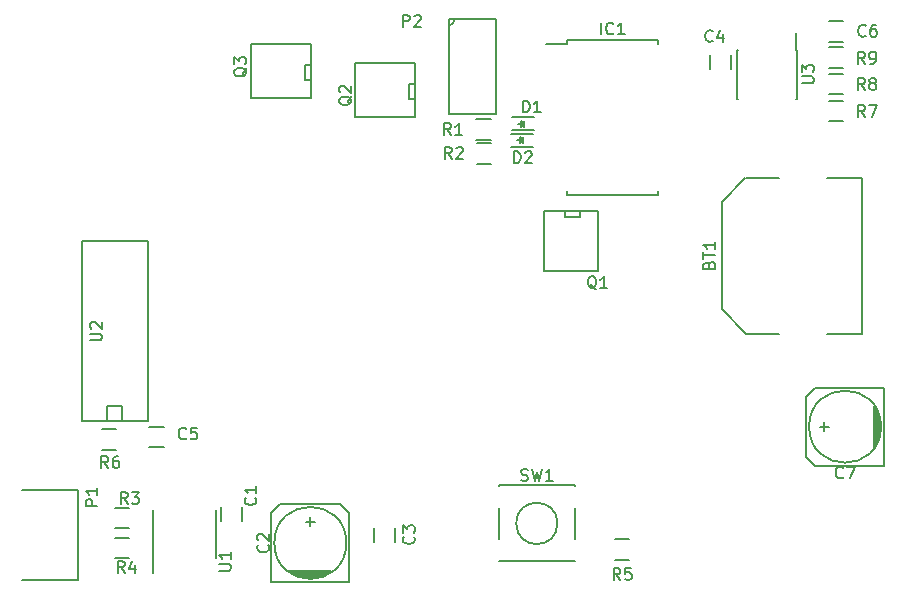
<source format=gbr>
G04 #@! TF.FileFunction,Legend,Top*
%FSLAX46Y46*%
G04 Gerber Fmt 4.6, Leading zero omitted, Abs format (unit mm)*
G04 Created by KiCad (PCBNEW (2016-05-05 BZR 6775)-product) date Saturday, June 04, 2016 'PMt' 10:04:22 PM*
%MOMM*%
%LPD*%
G01*
G04 APERTURE LIST*
%ADD10C,0.100000*%
%ADD11C,0.150000*%
G04 APERTURE END LIST*
D10*
D11*
X162676500Y-115828000D02*
X165476500Y-115828000D01*
X162576500Y-115828000D02*
X160676500Y-117928000D01*
X160676500Y-126928000D02*
X160676500Y-117928000D01*
X162676500Y-129028000D02*
X160676500Y-126928000D01*
X165476500Y-129028000D02*
X162676500Y-129028000D01*
X172476500Y-115828000D02*
X169576500Y-115828000D01*
X172476500Y-129028000D02*
X172476500Y-115828000D01*
X169576500Y-129028000D02*
X172476500Y-129028000D01*
X106426000Y-121221500D02*
X112014000Y-121221500D01*
X106426000Y-136461500D02*
X112014000Y-136461500D01*
X106426000Y-121221500D02*
X106426000Y-136461500D01*
X108585000Y-136461500D02*
X108585000Y-135191500D01*
X108585000Y-135191500D02*
X109855000Y-135191500D01*
X109855000Y-135191500D02*
X109855000Y-136461500D01*
X112014000Y-136461500D02*
X112014000Y-121221500D01*
X137507000Y-102926000D02*
G75*
G03X138007000Y-102426000I0J500000D01*
G01*
X137507000Y-102426000D02*
X141507000Y-102426000D01*
X137507000Y-110426000D02*
X137507000Y-102426000D01*
X141507000Y-110426000D02*
X137507000Y-110426000D01*
X141507000Y-102426000D02*
X141507000Y-110426000D01*
X167040000Y-104986000D02*
X166895000Y-104986000D01*
X167040000Y-109136000D02*
X166895000Y-109136000D01*
X161890000Y-109136000D02*
X162035000Y-109136000D01*
X161890000Y-104986000D02*
X162035000Y-104986000D01*
X167040000Y-104986000D02*
X167040000Y-109136000D01*
X161890000Y-104986000D02*
X161890000Y-109136000D01*
X166895000Y-104986000D02*
X166895000Y-103586000D01*
X173990000Y-137668000D02*
X173990000Y-136144000D01*
X173863000Y-135763000D02*
X173863000Y-138049000D01*
X173736000Y-138303000D02*
X173736000Y-135509000D01*
X173609000Y-135255000D02*
X173609000Y-138557000D01*
X173482000Y-138684000D02*
X173482000Y-135128000D01*
X174371000Y-140208000D02*
X174371000Y-133604000D01*
X174371000Y-133604000D02*
X168529000Y-133604000D01*
X168529000Y-133604000D02*
X167767000Y-134366000D01*
X167767000Y-134366000D02*
X167767000Y-139446000D01*
X167767000Y-139446000D02*
X168529000Y-140208000D01*
X168529000Y-140208000D02*
X174371000Y-140208000D01*
X168910000Y-136906000D02*
X169672000Y-136906000D01*
X169291000Y-137287000D02*
X169291000Y-136525000D01*
X174117000Y-136906000D02*
G75*
G03X174117000Y-136906000I-3048000J0D01*
G01*
X131205000Y-146650000D02*
X131205000Y-145450000D01*
X132955000Y-145450000D02*
X132955000Y-146650000D01*
X113376000Y-138670000D02*
X112176000Y-138670000D01*
X112176000Y-136920000D02*
X113376000Y-136920000D01*
X150177500Y-118618000D02*
X150177500Y-123698000D01*
X150177500Y-123698000D02*
X145605500Y-123698000D01*
X145605500Y-123698000D02*
X145605500Y-118618000D01*
X145605500Y-118618000D02*
X150177500Y-118618000D01*
X148653500Y-118618000D02*
X148653500Y-119126000D01*
X148653500Y-119126000D02*
X147383500Y-119126000D01*
X147383500Y-119126000D02*
X147383500Y-118618000D01*
X147509000Y-104169000D02*
X147509000Y-104504000D01*
X155259000Y-104169000D02*
X155259000Y-104504000D01*
X155259000Y-117319000D02*
X155259000Y-116984000D01*
X147509000Y-117319000D02*
X147509000Y-116984000D01*
X147509000Y-104169000D02*
X155259000Y-104169000D01*
X147509000Y-117319000D02*
X155259000Y-117319000D01*
X147509000Y-104504000D02*
X145709000Y-104504000D01*
X125031500Y-149669500D02*
X126555500Y-149669500D01*
X126936500Y-149542500D02*
X124650500Y-149542500D01*
X124396500Y-149415500D02*
X127190500Y-149415500D01*
X127444500Y-149288500D02*
X124142500Y-149288500D01*
X124015500Y-149161500D02*
X127571500Y-149161500D01*
X122491500Y-150050500D02*
X129095500Y-150050500D01*
X129095500Y-150050500D02*
X129095500Y-144208500D01*
X129095500Y-144208500D02*
X128333500Y-143446500D01*
X128333500Y-143446500D02*
X123253500Y-143446500D01*
X123253500Y-143446500D02*
X122491500Y-144208500D01*
X122491500Y-144208500D02*
X122491500Y-150050500D01*
X125793500Y-144589500D02*
X125793500Y-145351500D01*
X125412500Y-144970500D02*
X126174500Y-144970500D01*
X128841500Y-146748500D02*
G75*
G03X128841500Y-146748500I-3048000J0D01*
G01*
X134683500Y-110680500D02*
X129603500Y-110680500D01*
X129603500Y-110680500D02*
X129603500Y-106108500D01*
X129603500Y-106108500D02*
X134683500Y-106108500D01*
X134683500Y-106108500D02*
X134683500Y-110680500D01*
X134683500Y-109156500D02*
X134175500Y-109156500D01*
X134175500Y-109156500D02*
X134175500Y-107886500D01*
X134175500Y-107886500D02*
X134683500Y-107886500D01*
X170907000Y-104316500D02*
X169707000Y-104316500D01*
X169707000Y-102566500D02*
X170907000Y-102566500D01*
X146721214Y-145097500D02*
G75*
G03X146721214Y-145097500I-1750714J0D01*
G01*
X148195500Y-141872500D02*
X148195500Y-141897500D01*
X148195500Y-148322500D02*
X148195500Y-148297500D01*
X141745500Y-148322500D02*
X141745500Y-148297500D01*
X141745500Y-141897500D02*
X141745500Y-141872500D01*
X148195500Y-143797500D02*
X148195500Y-146397500D01*
X141745500Y-141872500D02*
X148195500Y-141872500D01*
X141745500Y-143797500D02*
X141745500Y-146397500D01*
X141745500Y-148322500D02*
X148195500Y-148322500D01*
X141125500Y-114667000D02*
X139925500Y-114667000D01*
X139925500Y-112917000D02*
X141125500Y-112917000D01*
X144673500Y-112099000D02*
X142773500Y-112099000D01*
X144673500Y-113199000D02*
X142773500Y-113199000D01*
X143773500Y-112649000D02*
X143323500Y-112649000D01*
X143823500Y-112899000D02*
X143823500Y-112399000D01*
X143823500Y-112649000D02*
X143573500Y-112899000D01*
X143573500Y-112899000D02*
X143573500Y-112399000D01*
X143573500Y-112399000D02*
X143823500Y-112649000D01*
X144737000Y-110702000D02*
X142837000Y-110702000D01*
X144737000Y-111802000D02*
X142837000Y-111802000D01*
X143837000Y-111252000D02*
X143387000Y-111252000D01*
X143887000Y-111502000D02*
X143887000Y-111002000D01*
X143887000Y-111252000D02*
X143637000Y-111502000D01*
X143637000Y-111502000D02*
X143637000Y-111002000D01*
X143637000Y-111002000D02*
X143887000Y-111252000D01*
X141062000Y-112635000D02*
X139862000Y-112635000D01*
X139862000Y-110885000D02*
X141062000Y-110885000D01*
X151609500Y-146445000D02*
X152809500Y-146445000D01*
X152809500Y-148195000D02*
X151609500Y-148195000D01*
X169707000Y-104789000D02*
X170907000Y-104789000D01*
X170907000Y-106539000D02*
X169707000Y-106539000D01*
X169707000Y-107011500D02*
X170907000Y-107011500D01*
X170907000Y-108761500D02*
X169707000Y-108761500D01*
X109375500Y-138860500D02*
X108175500Y-138860500D01*
X108175500Y-137110500D02*
X109375500Y-137110500D01*
X110455000Y-145528000D02*
X109255000Y-145528000D01*
X109255000Y-143778000D02*
X110455000Y-143778000D01*
X125857000Y-109093000D02*
X120777000Y-109093000D01*
X120777000Y-109093000D02*
X120777000Y-104521000D01*
X120777000Y-104521000D02*
X125857000Y-104521000D01*
X125857000Y-104521000D02*
X125857000Y-109093000D01*
X125857000Y-107569000D02*
X125349000Y-107569000D01*
X125349000Y-107569000D02*
X125349000Y-106299000D01*
X125349000Y-106299000D02*
X125857000Y-106299000D01*
X110455000Y-148068000D02*
X109255000Y-148068000D01*
X109255000Y-146318000D02*
X110455000Y-146318000D01*
X106124000Y-142250000D02*
X101424000Y-142250000D01*
X101424000Y-149850000D02*
X106124000Y-149850000D01*
X106124000Y-149850000D02*
X106124000Y-142250000D01*
X118251000Y-144935500D02*
X118251000Y-143735500D01*
X120001000Y-143735500D02*
X120001000Y-144935500D01*
X117773000Y-147986500D02*
X117773000Y-143986500D01*
X112478000Y-149261500D02*
X112478000Y-143986500D01*
X169707000Y-109297500D02*
X170907000Y-109297500D01*
X170907000Y-111047500D02*
X169707000Y-111047500D01*
X159653000Y-106645000D02*
X159653000Y-105445000D01*
X161403000Y-105445000D02*
X161403000Y-106645000D01*
X159555071Y-123213714D02*
X159602690Y-123070857D01*
X159650309Y-123023238D01*
X159745547Y-122975619D01*
X159888404Y-122975619D01*
X159983642Y-123023238D01*
X160031261Y-123070857D01*
X160078880Y-123166095D01*
X160078880Y-123547047D01*
X159078880Y-123547047D01*
X159078880Y-123213714D01*
X159126500Y-123118476D01*
X159174119Y-123070857D01*
X159269357Y-123023238D01*
X159364595Y-123023238D01*
X159459833Y-123070857D01*
X159507452Y-123118476D01*
X159555071Y-123213714D01*
X159555071Y-123547047D01*
X159078880Y-122689904D02*
X159078880Y-122118476D01*
X160078880Y-122404190D02*
X159078880Y-122404190D01*
X160078880Y-121261333D02*
X160078880Y-121832761D01*
X160078880Y-121547047D02*
X159078880Y-121547047D01*
X159221738Y-121642285D01*
X159316976Y-121737523D01*
X159364595Y-121832761D01*
X107148380Y-129603404D02*
X107957904Y-129603404D01*
X108053142Y-129555785D01*
X108100761Y-129508166D01*
X108148380Y-129412928D01*
X108148380Y-129222452D01*
X108100761Y-129127214D01*
X108053142Y-129079595D01*
X107957904Y-129031976D01*
X107148380Y-129031976D01*
X107243619Y-128603404D02*
X107196000Y-128555785D01*
X107148380Y-128460547D01*
X107148380Y-128222452D01*
X107196000Y-128127214D01*
X107243619Y-128079595D01*
X107338857Y-128031976D01*
X107434095Y-128031976D01*
X107576952Y-128079595D01*
X108148380Y-128651023D01*
X108148380Y-128031976D01*
X133627904Y-103068380D02*
X133627904Y-102068380D01*
X134008857Y-102068380D01*
X134104095Y-102116000D01*
X134151714Y-102163619D01*
X134199333Y-102258857D01*
X134199333Y-102401714D01*
X134151714Y-102496952D01*
X134104095Y-102544571D01*
X134008857Y-102592190D01*
X133627904Y-102592190D01*
X134580285Y-102163619D02*
X134627904Y-102116000D01*
X134723142Y-102068380D01*
X134961238Y-102068380D01*
X135056476Y-102116000D01*
X135104095Y-102163619D01*
X135151714Y-102258857D01*
X135151714Y-102354095D01*
X135104095Y-102496952D01*
X134532666Y-103068380D01*
X135151714Y-103068380D01*
X167417380Y-107822904D02*
X168226904Y-107822904D01*
X168322142Y-107775285D01*
X168369761Y-107727666D01*
X168417380Y-107632428D01*
X168417380Y-107441952D01*
X168369761Y-107346714D01*
X168322142Y-107299095D01*
X168226904Y-107251476D01*
X167417380Y-107251476D01*
X167417380Y-106870523D02*
X167417380Y-106251476D01*
X167798333Y-106584809D01*
X167798333Y-106441952D01*
X167845952Y-106346714D01*
X167893571Y-106299095D01*
X167988809Y-106251476D01*
X168226904Y-106251476D01*
X168322142Y-106299095D01*
X168369761Y-106346714D01*
X168417380Y-106441952D01*
X168417380Y-106727666D01*
X168369761Y-106822904D01*
X168322142Y-106870523D01*
X170902333Y-141200142D02*
X170854714Y-141247761D01*
X170711857Y-141295380D01*
X170616619Y-141295380D01*
X170473761Y-141247761D01*
X170378523Y-141152523D01*
X170330904Y-141057285D01*
X170283285Y-140866809D01*
X170283285Y-140723952D01*
X170330904Y-140533476D01*
X170378523Y-140438238D01*
X170473761Y-140343000D01*
X170616619Y-140295380D01*
X170711857Y-140295380D01*
X170854714Y-140343000D01*
X170902333Y-140390619D01*
X171235666Y-140295380D02*
X171902333Y-140295380D01*
X171473761Y-141295380D01*
X134537142Y-146216666D02*
X134584761Y-146264285D01*
X134632380Y-146407142D01*
X134632380Y-146502380D01*
X134584761Y-146645238D01*
X134489523Y-146740476D01*
X134394285Y-146788095D01*
X134203809Y-146835714D01*
X134060952Y-146835714D01*
X133870476Y-146788095D01*
X133775238Y-146740476D01*
X133680000Y-146645238D01*
X133632380Y-146502380D01*
X133632380Y-146407142D01*
X133680000Y-146264285D01*
X133727619Y-146216666D01*
X133632380Y-145883333D02*
X133632380Y-145264285D01*
X134013333Y-145597619D01*
X134013333Y-145454761D01*
X134060952Y-145359523D01*
X134108571Y-145311904D01*
X134203809Y-145264285D01*
X134441904Y-145264285D01*
X134537142Y-145311904D01*
X134584761Y-145359523D01*
X134632380Y-145454761D01*
X134632380Y-145740476D01*
X134584761Y-145835714D01*
X134537142Y-145883333D01*
X115276333Y-137898142D02*
X115228714Y-137945761D01*
X115085857Y-137993380D01*
X114990619Y-137993380D01*
X114847761Y-137945761D01*
X114752523Y-137850523D01*
X114704904Y-137755285D01*
X114657285Y-137564809D01*
X114657285Y-137421952D01*
X114704904Y-137231476D01*
X114752523Y-137136238D01*
X114847761Y-137041000D01*
X114990619Y-136993380D01*
X115085857Y-136993380D01*
X115228714Y-137041000D01*
X115276333Y-137088619D01*
X116181095Y-136993380D02*
X115704904Y-136993380D01*
X115657285Y-137469571D01*
X115704904Y-137421952D01*
X115800142Y-137374333D01*
X116038238Y-137374333D01*
X116133476Y-137421952D01*
X116181095Y-137469571D01*
X116228714Y-137564809D01*
X116228714Y-137802904D01*
X116181095Y-137898142D01*
X116133476Y-137945761D01*
X116038238Y-137993380D01*
X115800142Y-137993380D01*
X115704904Y-137945761D01*
X115657285Y-137898142D01*
X150018761Y-125261619D02*
X149923523Y-125214000D01*
X149828285Y-125118761D01*
X149685428Y-124975904D01*
X149590190Y-124928285D01*
X149494952Y-124928285D01*
X149542571Y-125166380D02*
X149447333Y-125118761D01*
X149352095Y-125023523D01*
X149304476Y-124833047D01*
X149304476Y-124499714D01*
X149352095Y-124309238D01*
X149447333Y-124214000D01*
X149542571Y-124166380D01*
X149733047Y-124166380D01*
X149828285Y-124214000D01*
X149923523Y-124309238D01*
X149971142Y-124499714D01*
X149971142Y-124833047D01*
X149923523Y-125023523D01*
X149828285Y-125118761D01*
X149733047Y-125166380D01*
X149542571Y-125166380D01*
X150923523Y-125166380D02*
X150352095Y-125166380D01*
X150637809Y-125166380D02*
X150637809Y-124166380D01*
X150542571Y-124309238D01*
X150447333Y-124404476D01*
X150352095Y-124452095D01*
X150407809Y-103696380D02*
X150407809Y-102696380D01*
X151455428Y-103601142D02*
X151407809Y-103648761D01*
X151264952Y-103696380D01*
X151169714Y-103696380D01*
X151026857Y-103648761D01*
X150931619Y-103553523D01*
X150884000Y-103458285D01*
X150836380Y-103267809D01*
X150836380Y-103124952D01*
X150884000Y-102934476D01*
X150931619Y-102839238D01*
X151026857Y-102744000D01*
X151169714Y-102696380D01*
X151264952Y-102696380D01*
X151407809Y-102744000D01*
X151455428Y-102791619D01*
X152407809Y-103696380D02*
X151836380Y-103696380D01*
X152122095Y-103696380D02*
X152122095Y-102696380D01*
X152026857Y-102839238D01*
X151931619Y-102934476D01*
X151836380Y-102982095D01*
X122213642Y-146915166D02*
X122261261Y-146962785D01*
X122308880Y-147105642D01*
X122308880Y-147200880D01*
X122261261Y-147343738D01*
X122166023Y-147438976D01*
X122070785Y-147486595D01*
X121880309Y-147534214D01*
X121737452Y-147534214D01*
X121546976Y-147486595D01*
X121451738Y-147438976D01*
X121356500Y-147343738D01*
X121308880Y-147200880D01*
X121308880Y-147105642D01*
X121356500Y-146962785D01*
X121404119Y-146915166D01*
X121404119Y-146534214D02*
X121356500Y-146486595D01*
X121308880Y-146391357D01*
X121308880Y-146153261D01*
X121356500Y-146058023D01*
X121404119Y-146010404D01*
X121499357Y-145962785D01*
X121594595Y-145962785D01*
X121737452Y-146010404D01*
X122308880Y-146581833D01*
X122308880Y-145962785D01*
X129325619Y-108934238D02*
X129278000Y-109029476D01*
X129182761Y-109124714D01*
X129039904Y-109267571D01*
X128992285Y-109362809D01*
X128992285Y-109458047D01*
X129230380Y-109410428D02*
X129182761Y-109505666D01*
X129087523Y-109600904D01*
X128897047Y-109648523D01*
X128563714Y-109648523D01*
X128373238Y-109600904D01*
X128278000Y-109505666D01*
X128230380Y-109410428D01*
X128230380Y-109219952D01*
X128278000Y-109124714D01*
X128373238Y-109029476D01*
X128563714Y-108981857D01*
X128897047Y-108981857D01*
X129087523Y-109029476D01*
X129182761Y-109124714D01*
X129230380Y-109219952D01*
X129230380Y-109410428D01*
X128325619Y-108600904D02*
X128278000Y-108553285D01*
X128230380Y-108458047D01*
X128230380Y-108219952D01*
X128278000Y-108124714D01*
X128325619Y-108077095D01*
X128420857Y-108029476D01*
X128516095Y-108029476D01*
X128658952Y-108077095D01*
X129230380Y-108648523D01*
X129230380Y-108029476D01*
X172807333Y-103798642D02*
X172759714Y-103846261D01*
X172616857Y-103893880D01*
X172521619Y-103893880D01*
X172378761Y-103846261D01*
X172283523Y-103751023D01*
X172235904Y-103655785D01*
X172188285Y-103465309D01*
X172188285Y-103322452D01*
X172235904Y-103131976D01*
X172283523Y-103036738D01*
X172378761Y-102941500D01*
X172521619Y-102893880D01*
X172616857Y-102893880D01*
X172759714Y-102941500D01*
X172807333Y-102989119D01*
X173664476Y-102893880D02*
X173474000Y-102893880D01*
X173378761Y-102941500D01*
X173331142Y-102989119D01*
X173235904Y-103131976D01*
X173188285Y-103322452D01*
X173188285Y-103703404D01*
X173235904Y-103798642D01*
X173283523Y-103846261D01*
X173378761Y-103893880D01*
X173569238Y-103893880D01*
X173664476Y-103846261D01*
X173712095Y-103798642D01*
X173759714Y-103703404D01*
X173759714Y-103465309D01*
X173712095Y-103370071D01*
X173664476Y-103322452D01*
X173569238Y-103274833D01*
X173378761Y-103274833D01*
X173283523Y-103322452D01*
X173235904Y-103370071D01*
X173188285Y-103465309D01*
X143637166Y-141452261D02*
X143780023Y-141499880D01*
X144018119Y-141499880D01*
X144113357Y-141452261D01*
X144160976Y-141404642D01*
X144208595Y-141309404D01*
X144208595Y-141214166D01*
X144160976Y-141118928D01*
X144113357Y-141071309D01*
X144018119Y-141023690D01*
X143827642Y-140976071D01*
X143732404Y-140928452D01*
X143684785Y-140880833D01*
X143637166Y-140785595D01*
X143637166Y-140690357D01*
X143684785Y-140595119D01*
X143732404Y-140547500D01*
X143827642Y-140499880D01*
X144065738Y-140499880D01*
X144208595Y-140547500D01*
X144541928Y-140499880D02*
X144780023Y-141499880D01*
X144970500Y-140785595D01*
X145160976Y-141499880D01*
X145399071Y-140499880D01*
X146303833Y-141499880D02*
X145732404Y-141499880D01*
X146018119Y-141499880D02*
X146018119Y-140499880D01*
X145922880Y-140642738D01*
X145827642Y-140737976D01*
X145732404Y-140785595D01*
X137755333Y-114244380D02*
X137422000Y-113768190D01*
X137183904Y-114244380D02*
X137183904Y-113244380D01*
X137564857Y-113244380D01*
X137660095Y-113292000D01*
X137707714Y-113339619D01*
X137755333Y-113434857D01*
X137755333Y-113577714D01*
X137707714Y-113672952D01*
X137660095Y-113720571D01*
X137564857Y-113768190D01*
X137183904Y-113768190D01*
X138136285Y-113339619D02*
X138183904Y-113292000D01*
X138279142Y-113244380D01*
X138517238Y-113244380D01*
X138612476Y-113292000D01*
X138660095Y-113339619D01*
X138707714Y-113434857D01*
X138707714Y-113530095D01*
X138660095Y-113672952D01*
X138088666Y-114244380D01*
X138707714Y-114244380D01*
X143025904Y-114601380D02*
X143025904Y-113601380D01*
X143264000Y-113601380D01*
X143406857Y-113649000D01*
X143502095Y-113744238D01*
X143549714Y-113839476D01*
X143597333Y-114029952D01*
X143597333Y-114172809D01*
X143549714Y-114363285D01*
X143502095Y-114458523D01*
X143406857Y-114553761D01*
X143264000Y-114601380D01*
X143025904Y-114601380D01*
X143978285Y-113696619D02*
X144025904Y-113649000D01*
X144121142Y-113601380D01*
X144359238Y-113601380D01*
X144454476Y-113649000D01*
X144502095Y-113696619D01*
X144549714Y-113791857D01*
X144549714Y-113887095D01*
X144502095Y-114029952D01*
X143930666Y-114601380D01*
X144549714Y-114601380D01*
X143787904Y-110307380D02*
X143787904Y-109307380D01*
X144026000Y-109307380D01*
X144168857Y-109355000D01*
X144264095Y-109450238D01*
X144311714Y-109545476D01*
X144359333Y-109735952D01*
X144359333Y-109878809D01*
X144311714Y-110069285D01*
X144264095Y-110164523D01*
X144168857Y-110259761D01*
X144026000Y-110307380D01*
X143787904Y-110307380D01*
X145311714Y-110307380D02*
X144740285Y-110307380D01*
X145026000Y-110307380D02*
X145026000Y-109307380D01*
X144930761Y-109450238D01*
X144835523Y-109545476D01*
X144740285Y-109593095D01*
X137691833Y-112212380D02*
X137358500Y-111736190D01*
X137120404Y-112212380D02*
X137120404Y-111212380D01*
X137501357Y-111212380D01*
X137596595Y-111260000D01*
X137644214Y-111307619D01*
X137691833Y-111402857D01*
X137691833Y-111545714D01*
X137644214Y-111640952D01*
X137596595Y-111688571D01*
X137501357Y-111736190D01*
X137120404Y-111736190D01*
X138644214Y-112212380D02*
X138072785Y-112212380D01*
X138358500Y-112212380D02*
X138358500Y-111212380D01*
X138263261Y-111355238D01*
X138168023Y-111450476D01*
X138072785Y-111498095D01*
X152042833Y-149872380D02*
X151709500Y-149396190D01*
X151471404Y-149872380D02*
X151471404Y-148872380D01*
X151852357Y-148872380D01*
X151947595Y-148920000D01*
X151995214Y-148967619D01*
X152042833Y-149062857D01*
X152042833Y-149205714D01*
X151995214Y-149300952D01*
X151947595Y-149348571D01*
X151852357Y-149396190D01*
X151471404Y-149396190D01*
X152947595Y-148872380D02*
X152471404Y-148872380D01*
X152423785Y-149348571D01*
X152471404Y-149300952D01*
X152566642Y-149253333D01*
X152804738Y-149253333D01*
X152899976Y-149300952D01*
X152947595Y-149348571D01*
X152995214Y-149443809D01*
X152995214Y-149681904D01*
X152947595Y-149777142D01*
X152899976Y-149824761D01*
X152804738Y-149872380D01*
X152566642Y-149872380D01*
X152471404Y-149824761D01*
X152423785Y-149777142D01*
X172743833Y-106179880D02*
X172410500Y-105703690D01*
X172172404Y-106179880D02*
X172172404Y-105179880D01*
X172553357Y-105179880D01*
X172648595Y-105227500D01*
X172696214Y-105275119D01*
X172743833Y-105370357D01*
X172743833Y-105513214D01*
X172696214Y-105608452D01*
X172648595Y-105656071D01*
X172553357Y-105703690D01*
X172172404Y-105703690D01*
X173220023Y-106179880D02*
X173410500Y-106179880D01*
X173505738Y-106132261D01*
X173553357Y-106084642D01*
X173648595Y-105941785D01*
X173696214Y-105751309D01*
X173696214Y-105370357D01*
X173648595Y-105275119D01*
X173600976Y-105227500D01*
X173505738Y-105179880D01*
X173315261Y-105179880D01*
X173220023Y-105227500D01*
X173172404Y-105275119D01*
X173124785Y-105370357D01*
X173124785Y-105608452D01*
X173172404Y-105703690D01*
X173220023Y-105751309D01*
X173315261Y-105798928D01*
X173505738Y-105798928D01*
X173600976Y-105751309D01*
X173648595Y-105703690D01*
X173696214Y-105608452D01*
X172743833Y-108402380D02*
X172410500Y-107926190D01*
X172172404Y-108402380D02*
X172172404Y-107402380D01*
X172553357Y-107402380D01*
X172648595Y-107450000D01*
X172696214Y-107497619D01*
X172743833Y-107592857D01*
X172743833Y-107735714D01*
X172696214Y-107830952D01*
X172648595Y-107878571D01*
X172553357Y-107926190D01*
X172172404Y-107926190D01*
X173315261Y-107830952D02*
X173220023Y-107783333D01*
X173172404Y-107735714D01*
X173124785Y-107640476D01*
X173124785Y-107592857D01*
X173172404Y-107497619D01*
X173220023Y-107450000D01*
X173315261Y-107402380D01*
X173505738Y-107402380D01*
X173600976Y-107450000D01*
X173648595Y-107497619D01*
X173696214Y-107592857D01*
X173696214Y-107640476D01*
X173648595Y-107735714D01*
X173600976Y-107783333D01*
X173505738Y-107830952D01*
X173315261Y-107830952D01*
X173220023Y-107878571D01*
X173172404Y-107926190D01*
X173124785Y-108021428D01*
X173124785Y-108211904D01*
X173172404Y-108307142D01*
X173220023Y-108354761D01*
X173315261Y-108402380D01*
X173505738Y-108402380D01*
X173600976Y-108354761D01*
X173648595Y-108307142D01*
X173696214Y-108211904D01*
X173696214Y-108021428D01*
X173648595Y-107926190D01*
X173600976Y-107878571D01*
X173505738Y-107830952D01*
X108672333Y-140406380D02*
X108339000Y-139930190D01*
X108100904Y-140406380D02*
X108100904Y-139406380D01*
X108481857Y-139406380D01*
X108577095Y-139454000D01*
X108624714Y-139501619D01*
X108672333Y-139596857D01*
X108672333Y-139739714D01*
X108624714Y-139834952D01*
X108577095Y-139882571D01*
X108481857Y-139930190D01*
X108100904Y-139930190D01*
X109529476Y-139406380D02*
X109339000Y-139406380D01*
X109243761Y-139454000D01*
X109196142Y-139501619D01*
X109100904Y-139644476D01*
X109053285Y-139834952D01*
X109053285Y-140215904D01*
X109100904Y-140311142D01*
X109148523Y-140358761D01*
X109243761Y-140406380D01*
X109434238Y-140406380D01*
X109529476Y-140358761D01*
X109577095Y-140311142D01*
X109624714Y-140215904D01*
X109624714Y-139977809D01*
X109577095Y-139882571D01*
X109529476Y-139834952D01*
X109434238Y-139787333D01*
X109243761Y-139787333D01*
X109148523Y-139834952D01*
X109100904Y-139882571D01*
X109053285Y-139977809D01*
X110323333Y-143454380D02*
X109990000Y-142978190D01*
X109751904Y-143454380D02*
X109751904Y-142454380D01*
X110132857Y-142454380D01*
X110228095Y-142502000D01*
X110275714Y-142549619D01*
X110323333Y-142644857D01*
X110323333Y-142787714D01*
X110275714Y-142882952D01*
X110228095Y-142930571D01*
X110132857Y-142978190D01*
X109751904Y-142978190D01*
X110656666Y-142454380D02*
X111275714Y-142454380D01*
X110942380Y-142835333D01*
X111085238Y-142835333D01*
X111180476Y-142882952D01*
X111228095Y-142930571D01*
X111275714Y-143025809D01*
X111275714Y-143263904D01*
X111228095Y-143359142D01*
X111180476Y-143406761D01*
X111085238Y-143454380D01*
X110799523Y-143454380D01*
X110704285Y-143406761D01*
X110656666Y-143359142D01*
X120435619Y-106521238D02*
X120388000Y-106616476D01*
X120292761Y-106711714D01*
X120149904Y-106854571D01*
X120102285Y-106949809D01*
X120102285Y-107045047D01*
X120340380Y-106997428D02*
X120292761Y-107092666D01*
X120197523Y-107187904D01*
X120007047Y-107235523D01*
X119673714Y-107235523D01*
X119483238Y-107187904D01*
X119388000Y-107092666D01*
X119340380Y-106997428D01*
X119340380Y-106806952D01*
X119388000Y-106711714D01*
X119483238Y-106616476D01*
X119673714Y-106568857D01*
X120007047Y-106568857D01*
X120197523Y-106616476D01*
X120292761Y-106711714D01*
X120340380Y-106806952D01*
X120340380Y-106997428D01*
X119340380Y-106235523D02*
X119340380Y-105616476D01*
X119721333Y-105949809D01*
X119721333Y-105806952D01*
X119768952Y-105711714D01*
X119816571Y-105664095D01*
X119911809Y-105616476D01*
X120149904Y-105616476D01*
X120245142Y-105664095D01*
X120292761Y-105711714D01*
X120340380Y-105806952D01*
X120340380Y-106092666D01*
X120292761Y-106187904D01*
X120245142Y-106235523D01*
X110069333Y-149296380D02*
X109736000Y-148820190D01*
X109497904Y-149296380D02*
X109497904Y-148296380D01*
X109878857Y-148296380D01*
X109974095Y-148344000D01*
X110021714Y-148391619D01*
X110069333Y-148486857D01*
X110069333Y-148629714D01*
X110021714Y-148724952D01*
X109974095Y-148772571D01*
X109878857Y-148820190D01*
X109497904Y-148820190D01*
X110926476Y-148629714D02*
X110926476Y-149296380D01*
X110688380Y-148248761D02*
X110450285Y-148963047D01*
X111069333Y-148963047D01*
X107767380Y-143613095D02*
X106767380Y-143613095D01*
X106767380Y-143232142D01*
X106815000Y-143136904D01*
X106862619Y-143089285D01*
X106957857Y-143041666D01*
X107100714Y-143041666D01*
X107195952Y-143089285D01*
X107243571Y-143136904D01*
X107291190Y-143232142D01*
X107291190Y-143613095D01*
X107767380Y-142089285D02*
X107767380Y-142660714D01*
X107767380Y-142375000D02*
X106767380Y-142375000D01*
X106910238Y-142470238D01*
X107005476Y-142565476D01*
X107053095Y-142660714D01*
X121134142Y-142914666D02*
X121181761Y-142962285D01*
X121229380Y-143105142D01*
X121229380Y-143200380D01*
X121181761Y-143343238D01*
X121086523Y-143438476D01*
X120991285Y-143486095D01*
X120800809Y-143533714D01*
X120657952Y-143533714D01*
X120467476Y-143486095D01*
X120372238Y-143438476D01*
X120277000Y-143343238D01*
X120229380Y-143200380D01*
X120229380Y-143105142D01*
X120277000Y-142962285D01*
X120324619Y-142914666D01*
X121229380Y-141962285D02*
X121229380Y-142533714D01*
X121229380Y-142248000D02*
X120229380Y-142248000D01*
X120372238Y-142343238D01*
X120467476Y-142438476D01*
X120515095Y-142533714D01*
X118070380Y-149097904D02*
X118879904Y-149097904D01*
X118975142Y-149050285D01*
X119022761Y-149002666D01*
X119070380Y-148907428D01*
X119070380Y-148716952D01*
X119022761Y-148621714D01*
X118975142Y-148574095D01*
X118879904Y-148526476D01*
X118070380Y-148526476D01*
X119070380Y-147526476D02*
X119070380Y-148097904D01*
X119070380Y-147812190D02*
X118070380Y-147812190D01*
X118213238Y-147907428D01*
X118308476Y-148002666D01*
X118356095Y-148097904D01*
X172743833Y-110688380D02*
X172410500Y-110212190D01*
X172172404Y-110688380D02*
X172172404Y-109688380D01*
X172553357Y-109688380D01*
X172648595Y-109736000D01*
X172696214Y-109783619D01*
X172743833Y-109878857D01*
X172743833Y-110021714D01*
X172696214Y-110116952D01*
X172648595Y-110164571D01*
X172553357Y-110212190D01*
X172172404Y-110212190D01*
X173077166Y-109688380D02*
X173743833Y-109688380D01*
X173315261Y-110688380D01*
X159853333Y-104243142D02*
X159805714Y-104290761D01*
X159662857Y-104338380D01*
X159567619Y-104338380D01*
X159424761Y-104290761D01*
X159329523Y-104195523D01*
X159281904Y-104100285D01*
X159234285Y-103909809D01*
X159234285Y-103766952D01*
X159281904Y-103576476D01*
X159329523Y-103481238D01*
X159424761Y-103386000D01*
X159567619Y-103338380D01*
X159662857Y-103338380D01*
X159805714Y-103386000D01*
X159853333Y-103433619D01*
X160710476Y-103671714D02*
X160710476Y-104338380D01*
X160472380Y-103290761D02*
X160234285Y-104005047D01*
X160853333Y-104005047D01*
M02*

</source>
